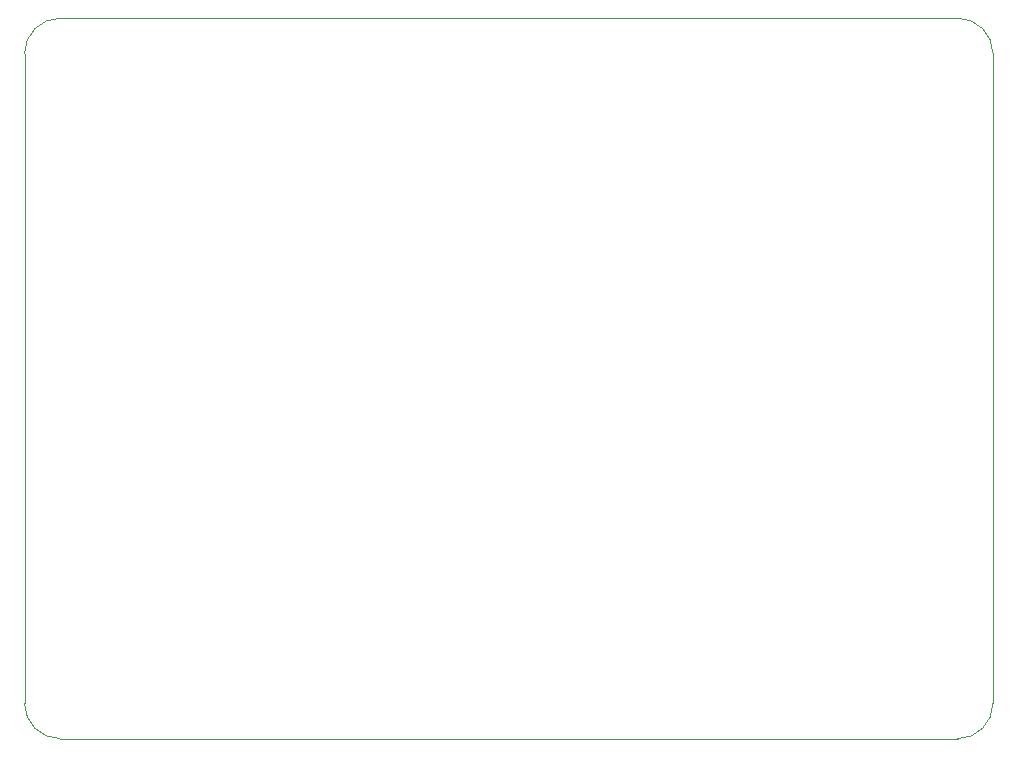
<source format=gbr>
%TF.GenerationSoftware,KiCad,Pcbnew,8.0.1*%
%TF.CreationDate,2024-10-12T17:53:39+09:00*%
%TF.ProjectId,Test2,54657374-322e-46b6-9963-61645f706362,rev?*%
%TF.SameCoordinates,Original*%
%TF.FileFunction,Profile,NP*%
%FSLAX46Y46*%
G04 Gerber Fmt 4.6, Leading zero omitted, Abs format (unit mm)*
G04 Created by KiCad (PCBNEW 8.0.1) date 2024-10-12 17:53:39*
%MOMM*%
%LPD*%
G01*
G04 APERTURE LIST*
%TA.AperFunction,Profile*%
%ADD10C,0.050000*%
%TD*%
G04 APERTURE END LIST*
D10*
X58000000Y-6000000D02*
X-18000000Y-6000000D01*
X-21000000Y52000000D02*
G75*
G02*
X-18000000Y55000000I3000000J0D01*
G01*
X61000000Y-3000000D02*
G75*
G02*
X58000000Y-6000000I-3000000J0D01*
G01*
X-18000000Y55000000D02*
X58000000Y55000000D01*
X-21000000Y-3000000D02*
X-21000000Y52000000D01*
X61000000Y52000000D02*
X61000000Y-3000000D01*
X-18000000Y-6000000D02*
G75*
G02*
X-21000000Y-3000000I0J3000000D01*
G01*
X58000000Y55000000D02*
G75*
G02*
X61000000Y52000000I0J-3000000D01*
G01*
M02*

</source>
